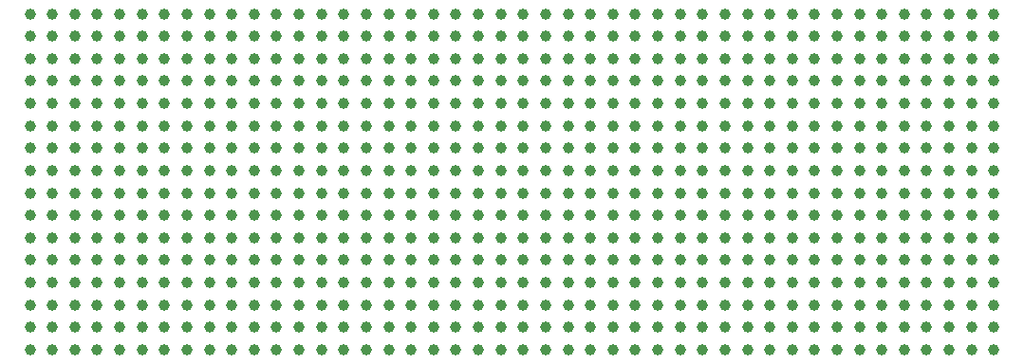
<source format=gbr>
%TF.GenerationSoftware,KiCad,Pcbnew,8.0.2*%
%TF.CreationDate,2024-05-21T15:52:10+02:00*%
%TF.ProjectId,HYDRA_VMM3_Adapter,48594452-415f-4564-9d4d-335f41646170,0*%
%TF.SameCoordinates,Original*%
%TF.FileFunction,Paste,Top*%
%TF.FilePolarity,Positive*%
%FSLAX46Y46*%
G04 Gerber Fmt 4.6, Leading zero omitted, Abs format (unit mm)*
G04 Created by KiCad (PCBNEW 8.0.2) date 2024-05-21 15:52:10*
%MOMM*%
%LPD*%
G01*
G04 APERTURE LIST*
%ADD10C,1.000000*%
G04 APERTURE END LIST*
D10*
%TO.C,U1*%
X63675000Y-51270000D03*
X63675000Y-53270000D03*
X63675000Y-55270000D03*
X63675000Y-57270000D03*
X63675000Y-59270000D03*
X63675000Y-61270000D03*
X63675000Y-63270000D03*
X63675000Y-65270000D03*
X63675000Y-67270000D03*
X63675000Y-69270000D03*
X63675000Y-71270000D03*
X63675000Y-73270000D03*
X63675000Y-75270000D03*
X63675000Y-77270000D03*
X63675000Y-79270000D03*
X63675000Y-81270000D03*
X65675000Y-51270000D03*
X65675000Y-53270000D03*
X65675000Y-55270000D03*
X65675000Y-57270000D03*
X65675000Y-59270000D03*
X65675000Y-61270000D03*
X65675000Y-63270000D03*
X65675000Y-65270000D03*
X65675000Y-67270000D03*
X65675000Y-69270000D03*
X65675000Y-71270000D03*
X65675000Y-73270000D03*
X65675000Y-75270000D03*
X65675000Y-77270000D03*
X65675000Y-79270000D03*
X65675000Y-81270000D03*
X67675000Y-51270000D03*
X67675000Y-53270000D03*
X67675000Y-55270000D03*
X67675000Y-57270000D03*
X67675000Y-59270000D03*
X67675000Y-61270000D03*
X67675000Y-63270000D03*
X67675000Y-65270000D03*
X67675000Y-67270000D03*
X67675000Y-69270000D03*
X67675000Y-71270000D03*
X67675000Y-73270000D03*
X67675000Y-75270000D03*
X67675000Y-77270000D03*
X67675000Y-79270000D03*
X67675000Y-81270000D03*
X69675000Y-51270000D03*
X69675000Y-53270000D03*
X69675000Y-55270000D03*
X69675000Y-57270000D03*
X69675000Y-59270000D03*
X69675000Y-61270000D03*
X69675000Y-63270000D03*
X69675000Y-65270000D03*
X69675000Y-67270000D03*
X69675000Y-69270000D03*
X69675000Y-71270000D03*
X69675000Y-73270000D03*
X69675000Y-75270000D03*
X69675000Y-77270000D03*
X69675000Y-79270000D03*
X69675000Y-81270000D03*
X71675000Y-51270000D03*
X71675000Y-53270000D03*
X71675000Y-55270000D03*
X71675000Y-57270000D03*
X71675000Y-59270000D03*
X71675000Y-61270000D03*
X71675000Y-63270000D03*
X71675000Y-65270000D03*
X71675000Y-67270000D03*
X71675000Y-69270000D03*
X71675000Y-71270000D03*
X71675000Y-73270000D03*
X71675000Y-75270000D03*
X71675000Y-77270000D03*
X71675000Y-79270000D03*
X71675000Y-81270000D03*
X73675000Y-51270000D03*
X73675000Y-53270000D03*
X73675000Y-55270000D03*
X73675000Y-57270000D03*
X73675000Y-59270000D03*
X73675000Y-61270000D03*
X73675000Y-63270000D03*
X73675000Y-65270000D03*
X73675000Y-67270000D03*
X73675000Y-69270000D03*
X73675000Y-71270000D03*
X73675000Y-73270000D03*
X73675000Y-75270000D03*
X73675000Y-77270000D03*
X73675000Y-79270000D03*
X73675000Y-81270000D03*
X75675000Y-51270000D03*
X75675000Y-53270000D03*
X75675000Y-55270000D03*
X75675000Y-57270000D03*
X75675000Y-59270000D03*
X75675000Y-61270000D03*
X75675000Y-63270000D03*
X75675000Y-65270000D03*
X75675000Y-67270000D03*
X75675000Y-69270000D03*
X75675000Y-71270000D03*
X75675000Y-73270000D03*
X75675000Y-75270000D03*
X75675000Y-77270000D03*
X75675000Y-79270000D03*
X75675000Y-81270000D03*
X77675000Y-51270000D03*
X77675000Y-53270000D03*
X77675000Y-55270000D03*
X77675000Y-57270000D03*
X77675000Y-59270000D03*
X77675000Y-61270000D03*
X77675000Y-63270000D03*
X77675000Y-65270000D03*
X77675000Y-67270000D03*
X77675000Y-69270000D03*
X77675000Y-71270000D03*
X77675000Y-73270000D03*
X77675000Y-75270000D03*
X77675000Y-77270000D03*
X77675000Y-79270000D03*
X77675000Y-81270000D03*
X79675000Y-51270000D03*
X79675000Y-53270000D03*
X79675000Y-55270000D03*
X79675000Y-57270000D03*
X79675000Y-59270000D03*
X79675000Y-61270000D03*
X79675000Y-63270000D03*
X79675000Y-65270000D03*
X79675000Y-67270000D03*
X79675000Y-69270000D03*
X79675000Y-71270000D03*
X79675000Y-73270000D03*
X79675000Y-75270000D03*
X79675000Y-77270000D03*
X79675000Y-79270000D03*
X79675000Y-81270000D03*
X81675000Y-51270000D03*
X81675000Y-53270000D03*
X81675000Y-55270000D03*
X81675000Y-57270000D03*
X81675000Y-59270000D03*
X81675000Y-61270000D03*
X81675000Y-63270000D03*
X81675000Y-65270000D03*
X81675000Y-67270000D03*
X81675000Y-69270000D03*
X81675000Y-71270000D03*
X81675000Y-73270000D03*
X81675000Y-75270000D03*
X81675000Y-77270000D03*
X81675000Y-79270000D03*
X81675000Y-81270000D03*
X83675000Y-51270000D03*
X83675000Y-53270000D03*
X83675000Y-55270000D03*
X83675000Y-57270000D03*
X83675000Y-59270000D03*
X83675000Y-61270000D03*
X83675000Y-63270000D03*
X83675000Y-65270000D03*
X83675000Y-67270000D03*
X83675000Y-69270000D03*
X83675000Y-71270000D03*
X83675000Y-73270000D03*
X83675000Y-75270000D03*
X83675000Y-77270000D03*
X83675000Y-79270000D03*
X83675000Y-81270000D03*
X85675000Y-51270000D03*
X85675000Y-53270000D03*
X85675000Y-55270000D03*
X85675000Y-57270000D03*
X85675000Y-59270000D03*
X85675000Y-61270000D03*
X85675000Y-63270000D03*
X85675000Y-65270000D03*
X85675000Y-67270000D03*
X85675000Y-69270000D03*
X85675000Y-71270000D03*
X85675000Y-73270000D03*
X85675000Y-75270000D03*
X85675000Y-77270000D03*
X85675000Y-79270000D03*
X85675000Y-81270000D03*
X87675000Y-51270000D03*
X87675000Y-53270000D03*
X87675000Y-55270000D03*
X87675000Y-57270000D03*
X87675000Y-59270000D03*
X87675000Y-61270000D03*
X87675000Y-63270000D03*
X87675000Y-65270000D03*
X87675000Y-67270000D03*
X87675000Y-69270000D03*
X87675000Y-71270000D03*
X87675000Y-73270000D03*
X87675000Y-75270000D03*
X87675000Y-77270000D03*
X87675000Y-79270000D03*
X87675000Y-81270000D03*
X89675000Y-51270000D03*
X89675000Y-53270000D03*
X89675000Y-55270000D03*
X89675000Y-57270000D03*
X89675000Y-59270000D03*
X89675000Y-61270000D03*
X89675000Y-63270000D03*
X89675000Y-65270000D03*
X89675000Y-67270000D03*
X89675000Y-69270000D03*
X89675000Y-71270000D03*
X89675000Y-73270000D03*
X89675000Y-75270000D03*
X89675000Y-77270000D03*
X89675000Y-79270000D03*
X89675000Y-81270000D03*
X91675000Y-51270000D03*
X91675000Y-53270000D03*
X91675000Y-55270000D03*
X91675000Y-57270000D03*
X91675000Y-59270000D03*
X91675000Y-61270000D03*
X91675000Y-63270000D03*
X91675000Y-65270000D03*
X91675000Y-67270000D03*
X91675000Y-69270000D03*
X91675000Y-71270000D03*
X91675000Y-73270000D03*
X91675000Y-75270000D03*
X91675000Y-77270000D03*
X91675000Y-79270000D03*
X91675000Y-81270000D03*
X93675000Y-51270000D03*
X93675000Y-53270000D03*
X93675000Y-55270000D03*
X93675000Y-57270000D03*
X93675000Y-59270000D03*
X93675000Y-61270000D03*
X93675000Y-63270000D03*
X93675000Y-65270000D03*
X93675000Y-67270000D03*
X93675000Y-69270000D03*
X93675000Y-71270000D03*
X93675000Y-73270000D03*
X93675000Y-75270000D03*
X93675000Y-77270000D03*
X93675000Y-79270000D03*
X93675000Y-81270000D03*
X95675000Y-51270000D03*
X95675000Y-53270000D03*
X95675000Y-55270000D03*
X95675000Y-57270000D03*
X95675000Y-59270000D03*
X95675000Y-61270000D03*
X95675000Y-63270000D03*
X95675000Y-65270000D03*
X95675000Y-67270000D03*
X95675000Y-69270000D03*
X95675000Y-71270000D03*
X95675000Y-73270000D03*
X95675000Y-75270000D03*
X95675000Y-77270000D03*
X95675000Y-79270000D03*
X95675000Y-81270000D03*
X97675000Y-51270000D03*
X97675000Y-53270000D03*
X97675000Y-55270000D03*
X97675000Y-57270000D03*
X97675000Y-59270000D03*
X97675000Y-61270000D03*
X97675000Y-63270000D03*
X97675000Y-65270000D03*
X97675000Y-67270000D03*
X97675000Y-69270000D03*
X97675000Y-71270000D03*
X97675000Y-73270000D03*
X97675000Y-75270000D03*
X97675000Y-77270000D03*
X97675000Y-79270000D03*
X97675000Y-81270000D03*
X99675000Y-51270000D03*
X99675000Y-53270000D03*
X99675000Y-55270000D03*
X99675000Y-57270000D03*
X99675000Y-59270000D03*
X99675000Y-61270000D03*
X99675000Y-63270000D03*
X99675000Y-65270000D03*
X99675000Y-67270000D03*
X99675000Y-69270000D03*
X99675000Y-71270000D03*
X99675000Y-73270000D03*
X99675000Y-75270000D03*
X99675000Y-77270000D03*
X99675000Y-79270000D03*
X99675000Y-81270000D03*
X101675000Y-51270000D03*
X101675000Y-53270000D03*
X101675000Y-55270000D03*
X101675000Y-57270000D03*
X101675000Y-59270000D03*
X101675000Y-61270000D03*
X101675000Y-63270000D03*
X101675000Y-65270000D03*
X101675000Y-67270000D03*
X101675000Y-69270000D03*
X101675000Y-71270000D03*
X101675000Y-73270000D03*
X101675000Y-75270000D03*
X101675000Y-77270000D03*
X101675000Y-79270000D03*
X101675000Y-81270000D03*
X103675000Y-51270000D03*
X103675000Y-53270000D03*
X103675000Y-55270000D03*
X103675000Y-57270000D03*
X103675000Y-59270000D03*
X103675000Y-61270000D03*
X103675000Y-63270000D03*
X103675000Y-65270000D03*
X103675000Y-67270000D03*
X103675000Y-69270000D03*
X103675000Y-71270000D03*
X103675000Y-73270000D03*
X103675000Y-75270000D03*
X103675000Y-77270000D03*
X103675000Y-79270000D03*
X103675000Y-81270000D03*
X105675000Y-51270000D03*
X105675000Y-53270000D03*
X105675000Y-55270000D03*
X105675000Y-57270000D03*
X105675000Y-59270000D03*
X105675000Y-61270000D03*
X105675000Y-63270000D03*
X105675000Y-65270000D03*
X105675000Y-67270000D03*
X105675000Y-69270000D03*
X105675000Y-71270000D03*
X105675000Y-73270000D03*
X105675000Y-75270000D03*
X105675000Y-77270000D03*
X105675000Y-79270000D03*
X105675000Y-81270000D03*
X107675000Y-51270000D03*
X107675000Y-53270000D03*
X107675000Y-55270000D03*
X107675000Y-57270000D03*
X107675000Y-59270000D03*
X107675000Y-61270000D03*
X107675000Y-63270000D03*
X107675000Y-65270000D03*
X107675000Y-67270000D03*
X107675000Y-69270000D03*
X107675000Y-71270000D03*
X107675000Y-73270000D03*
X107675000Y-75270000D03*
X107675000Y-77270000D03*
X107675000Y-79270000D03*
X107675000Y-81270000D03*
X109675000Y-51270000D03*
X109675000Y-53270000D03*
X109675000Y-55270000D03*
X109675000Y-57270000D03*
X109675000Y-59270000D03*
X109675000Y-61270000D03*
X109675000Y-63270000D03*
X109675000Y-65270000D03*
X109675000Y-67270000D03*
X109675000Y-69270000D03*
X109675000Y-71270000D03*
X109675000Y-73270000D03*
X109675000Y-75270000D03*
X109675000Y-77270000D03*
X109675000Y-79270000D03*
X109675000Y-81270000D03*
X111675000Y-51270000D03*
X111675000Y-53270000D03*
X111675000Y-55270000D03*
X111675000Y-57270000D03*
X111675000Y-59270000D03*
X111675000Y-61270000D03*
X111675000Y-63270000D03*
X111675000Y-65270000D03*
X111675000Y-67270000D03*
X111675000Y-69270000D03*
X111675000Y-71270000D03*
X111675000Y-73270000D03*
X111675000Y-75270000D03*
X111675000Y-77270000D03*
X111675000Y-79270000D03*
X111675000Y-81270000D03*
X113675000Y-51270000D03*
X113675000Y-53270000D03*
X113675000Y-55270000D03*
X113675000Y-57270000D03*
X113675000Y-59270000D03*
X113675000Y-61270000D03*
X113675000Y-63270000D03*
X113675000Y-65270000D03*
X113675000Y-67270000D03*
X113675000Y-69270000D03*
X113675000Y-71270000D03*
X113675000Y-73270000D03*
X113675000Y-75270000D03*
X113675000Y-77270000D03*
X113675000Y-79270000D03*
X113675000Y-81270000D03*
X115675000Y-51270000D03*
X115675000Y-53270000D03*
X115675000Y-55270000D03*
X115675000Y-57270000D03*
X115675000Y-59270000D03*
X115675000Y-61270000D03*
X115675000Y-63270000D03*
X115675000Y-65270000D03*
X115675000Y-67270000D03*
X115675000Y-69270000D03*
X115675000Y-71270000D03*
X115675000Y-73270000D03*
X115675000Y-75270000D03*
X115675000Y-77270000D03*
X115675000Y-79270000D03*
X115675000Y-81270000D03*
X117675000Y-51270000D03*
X117675000Y-53270000D03*
X117675000Y-55270000D03*
X117675000Y-57270000D03*
X117675000Y-59270000D03*
X117675000Y-61270000D03*
X117675000Y-63270000D03*
X117675000Y-65270000D03*
X117675000Y-67270000D03*
X117675000Y-69270000D03*
X117675000Y-71270000D03*
X117675000Y-73270000D03*
X117675000Y-75270000D03*
X117675000Y-77270000D03*
X117675000Y-79270000D03*
X117675000Y-81270000D03*
X119675000Y-51270000D03*
X119675000Y-53270000D03*
X119675000Y-55270000D03*
X119675000Y-57270000D03*
X119675000Y-59270000D03*
X119675000Y-61270000D03*
X119675000Y-63270000D03*
X119675000Y-65270000D03*
X119675000Y-67270000D03*
X119675000Y-69270000D03*
X119675000Y-71270000D03*
X119675000Y-73270000D03*
X119675000Y-75270000D03*
X119675000Y-77270000D03*
X119675000Y-79270000D03*
X119675000Y-81270000D03*
X121675000Y-51270000D03*
X121675000Y-53270000D03*
X121675000Y-55270000D03*
X121675000Y-57270000D03*
X121675000Y-59270000D03*
X121675000Y-61270000D03*
X121675000Y-63270000D03*
X121675000Y-65270000D03*
X121675000Y-67270000D03*
X121675000Y-69270000D03*
X121675000Y-71270000D03*
X121675000Y-73270000D03*
X121675000Y-75270000D03*
X121675000Y-77270000D03*
X121675000Y-79270000D03*
X121675000Y-81270000D03*
X123675000Y-51270000D03*
X123675000Y-53270000D03*
X123675000Y-55270000D03*
X123675000Y-57270000D03*
X123675000Y-59270000D03*
X123675000Y-61270000D03*
X123675000Y-63270000D03*
X123675000Y-65270000D03*
X123675000Y-67270000D03*
X123675000Y-69270000D03*
X123675000Y-71270000D03*
X123675000Y-73270000D03*
X123675000Y-75270000D03*
X123675000Y-77270000D03*
X123675000Y-79270000D03*
X123675000Y-81270000D03*
X125675000Y-51270000D03*
X125675000Y-53270000D03*
X125675000Y-55270000D03*
X125675000Y-57270000D03*
X125675000Y-59270000D03*
X125675000Y-61270000D03*
X125675000Y-63270000D03*
X125675000Y-65270000D03*
X125675000Y-67270000D03*
X125675000Y-69270000D03*
X125675000Y-71270000D03*
X125675000Y-73270000D03*
X125675000Y-75270000D03*
X125675000Y-77270000D03*
X125675000Y-79270000D03*
X125675000Y-81270000D03*
X127675000Y-51270000D03*
X127675000Y-53270000D03*
X127675000Y-55270000D03*
X127675000Y-57270000D03*
X127675000Y-59270000D03*
X127675000Y-61270000D03*
X127675000Y-63270000D03*
X127675000Y-65270000D03*
X127675000Y-67270000D03*
X127675000Y-69270000D03*
X127675000Y-71270000D03*
X127675000Y-73270000D03*
X127675000Y-75270000D03*
X127675000Y-77270000D03*
X127675000Y-79270000D03*
X127675000Y-81270000D03*
X129675000Y-51270000D03*
X129675000Y-53270000D03*
X129675000Y-55270000D03*
X129675000Y-57270000D03*
X129675000Y-59270000D03*
X129675000Y-61270000D03*
X129675000Y-63270000D03*
X129675000Y-65270000D03*
X129675000Y-67270000D03*
X129675000Y-69270000D03*
X129675000Y-71270000D03*
X129675000Y-73270000D03*
X129675000Y-75270000D03*
X129675000Y-77270000D03*
X129675000Y-79270000D03*
X129675000Y-81270000D03*
X131675000Y-51270000D03*
X131675000Y-53270000D03*
X131675000Y-55270000D03*
X131675000Y-57270000D03*
X131675000Y-59270000D03*
X131675000Y-61270000D03*
X131675000Y-63270000D03*
X131675000Y-65270000D03*
X131675000Y-67270000D03*
X131675000Y-69270000D03*
X131675000Y-71270000D03*
X131675000Y-73270000D03*
X131675000Y-75270000D03*
X131675000Y-77270000D03*
X131675000Y-79270000D03*
X131675000Y-81270000D03*
X133675000Y-51270000D03*
X133675000Y-53270000D03*
X133675000Y-55270000D03*
X133675000Y-57270000D03*
X133675000Y-59270000D03*
X133675000Y-61270000D03*
X133675000Y-63270000D03*
X133675000Y-65270000D03*
X133675000Y-67270000D03*
X133675000Y-69270000D03*
X133675000Y-71270000D03*
X133675000Y-73270000D03*
X133675000Y-75270000D03*
X133675000Y-77270000D03*
X133675000Y-79270000D03*
X133675000Y-81270000D03*
X135675000Y-51270000D03*
X135675000Y-53270000D03*
X135675000Y-55270000D03*
X135675000Y-57270000D03*
X135675000Y-59270000D03*
X135675000Y-61270000D03*
X135675000Y-63270000D03*
X135675000Y-65270000D03*
X135675000Y-67270000D03*
X135675000Y-69270000D03*
X135675000Y-71270000D03*
X135675000Y-73270000D03*
X135675000Y-75270000D03*
X135675000Y-77270000D03*
X135675000Y-79270000D03*
X135675000Y-81270000D03*
X137675000Y-51270000D03*
X137675000Y-53270000D03*
X137675000Y-55270000D03*
X137675000Y-57270000D03*
X137675000Y-59270000D03*
X137675000Y-61270000D03*
X137675000Y-63270000D03*
X137675000Y-65270000D03*
X137675000Y-67270000D03*
X137675000Y-69270000D03*
X137675000Y-71270000D03*
X137675000Y-73270000D03*
X137675000Y-75270000D03*
X137675000Y-77270000D03*
X137675000Y-79270000D03*
X137675000Y-81270000D03*
X139675000Y-51270000D03*
X139675000Y-53270000D03*
X139675000Y-55270000D03*
X139675000Y-57270000D03*
X139675000Y-59270000D03*
X139675000Y-61270000D03*
X139675000Y-63270000D03*
X139675000Y-65270000D03*
X139675000Y-67270000D03*
X139675000Y-69270000D03*
X139675000Y-71270000D03*
X139675000Y-73270000D03*
X139675000Y-75270000D03*
X139675000Y-77270000D03*
X139675000Y-79270000D03*
X139675000Y-81270000D03*
X141675000Y-51270000D03*
X141675000Y-53270000D03*
X141675000Y-55270000D03*
X141675000Y-57270000D03*
X141675000Y-59270000D03*
X141675000Y-61270000D03*
X141675000Y-63270000D03*
X141675000Y-65270000D03*
X141675000Y-67270000D03*
X141675000Y-69270000D03*
X141675000Y-71270000D03*
X141675000Y-73270000D03*
X141675000Y-75270000D03*
X141675000Y-77270000D03*
X141675000Y-79270000D03*
X141675000Y-81270000D03*
X143675000Y-51270000D03*
X143675000Y-53270000D03*
X143675000Y-55270000D03*
X143675000Y-57270000D03*
X143675000Y-59270000D03*
X143675000Y-61270000D03*
X143675000Y-63270000D03*
X143675000Y-65270000D03*
X143675000Y-67270000D03*
X143675000Y-69270000D03*
X143675000Y-71270000D03*
X143675000Y-73270000D03*
X143675000Y-75270000D03*
X143675000Y-77270000D03*
X143675000Y-79270000D03*
X143675000Y-81270000D03*
X145675000Y-51270000D03*
X145675000Y-53270000D03*
X145675000Y-55270000D03*
X145675000Y-57270000D03*
X145675000Y-59270000D03*
X145675000Y-61270000D03*
X145675000Y-63270000D03*
X145675000Y-65270000D03*
X145675000Y-67270000D03*
X145675000Y-69270000D03*
X145675000Y-71270000D03*
X145675000Y-73270000D03*
X145675000Y-75270000D03*
X145675000Y-77270000D03*
X145675000Y-79270000D03*
X145675000Y-81270000D03*
X147675000Y-51270000D03*
X147675000Y-53270000D03*
X147675000Y-55270000D03*
X147675000Y-57270000D03*
X147675000Y-59270000D03*
X147675000Y-61270000D03*
X147675000Y-63270000D03*
X147675000Y-65270000D03*
X147675000Y-67270000D03*
X147675000Y-69270000D03*
X147675000Y-71270000D03*
X147675000Y-73270000D03*
X147675000Y-75270000D03*
X147675000Y-77270000D03*
X147675000Y-79270000D03*
X147675000Y-81270000D03*
X149675000Y-51270000D03*
X149675000Y-53270000D03*
X149675000Y-55270000D03*
X149675000Y-57270000D03*
X149675000Y-59270000D03*
X149675000Y-61270000D03*
X149675000Y-63270000D03*
X149675000Y-65270000D03*
X149675000Y-67270000D03*
X149675000Y-69270000D03*
X149675000Y-71270000D03*
X149675000Y-73270000D03*
X149675000Y-75270000D03*
X149675000Y-77270000D03*
X149675000Y-79270000D03*
X149675000Y-81270000D03*
%TD*%
M02*

</source>
